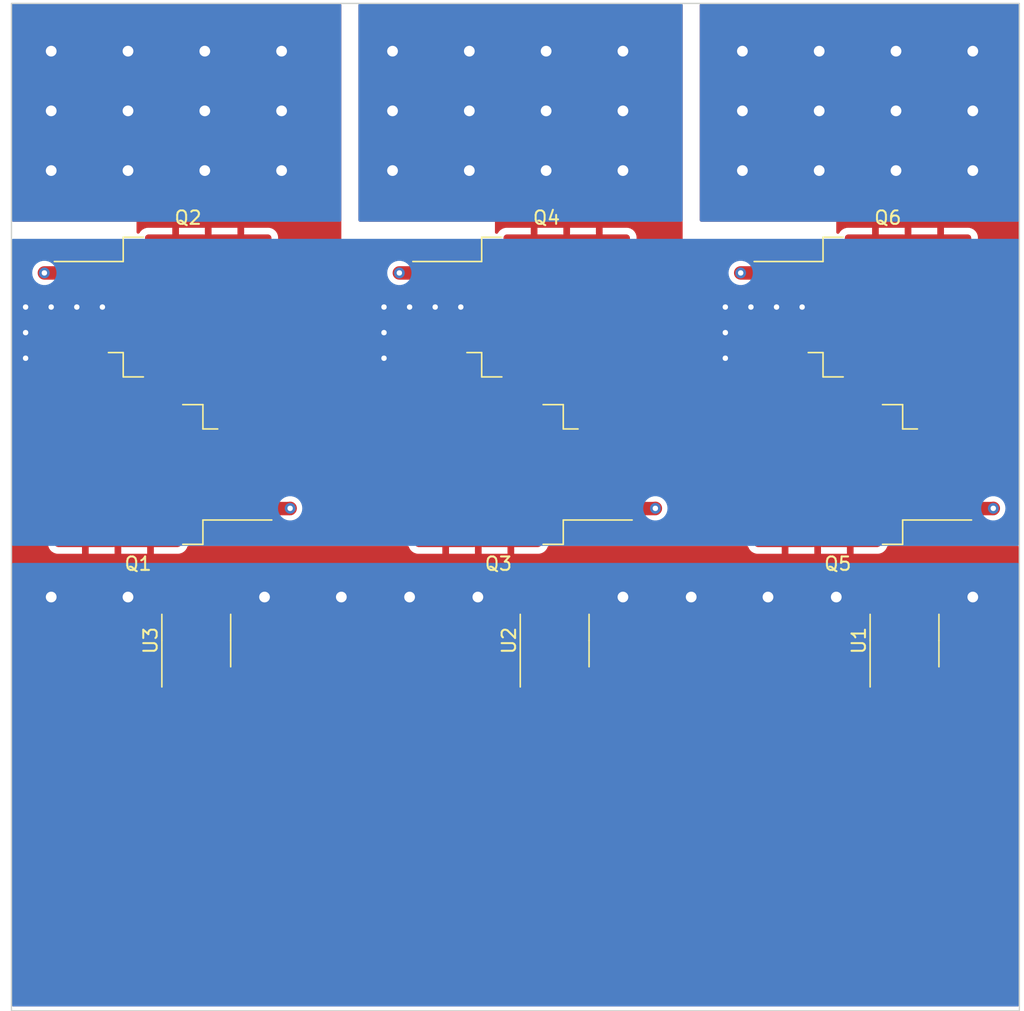
<source format=kicad_pcb>
(kicad_pcb (version 20221018) (generator pcbnew)
  (layers (0 "F.Cu" signal) (1 "In1.Cu" signal) (2 "In2.Cu" signal) (3 "In3.Cu" signal) (4 "In4.Cu" signal) (31 "B.Cu" signal) (34 "B.Paste" user) (35 "F.Paste" user) (36 "B.SilkS" user "B.Silkscreen") (37 "F.SilkS" user "F.Silkscreen") (38 "B.Mask" user) (39 "F.Mask" user) (44 "Edge.Cuts" user))
  (net 0 "")
  (net 1 "+12V")
  (net 2 "G1")
  (net 3 "A")
  (net 4 "G2")
  (net 5 "GND")
  (net 6 "G3")
  (net 7 "B")
  (net 8 "G4")
  (net 9 "G5")
  (net 34 "C")
  (net 35 "G6")
  (footprint "Package_SO:SOIC-8_3.9x4.9mm_P1.27mm" (layer "F.Cu") (at 127.635 106.11 90)
    (fp_text reference "U3" (at 0 -3.4 90) (layer "F.SilkS"))
    (fp_text value "HIP2100_SOIC")
    (fp_line (start 0 -2.56) (end -3.45 -2.56) (stroke (width 0.12)) (layer "F.SilkS"))
    (fp_line (start 0 -2.56) (end 1.95 -2.56) (stroke (width 0.12)) (layer "F.SilkS"))
    (fp_line (start 0 2.56) (end -1.95 2.56) (stroke (width 0.12)) (layer "F.SilkS"))
    (fp_line (start 0 2.56) (end 1.95 2.56) (stroke (width 0.12)) (layer "F.SilkS"))
    (pad "1" smd roundrect (at -2.475 -1.905 90) (size 1.95 0.6) (layers "F.Cu" "F.Paste" "F.Mask"))
    (pad "2" smd roundrect (at -2.475 -0.635 90) (size 1.95 0.6) (layers "F.Cu" "F.Paste" "F.Mask"))
    (pad "3" smd roundrect (at -2.475 0.635 90) (size 1.95 0.6) (layers "F.Cu" "F.Paste" "F.Mask"))
    (pad "4" smd roundrect (at -2.475 1.905 90) (size 1.95 0.6) (layers "F.Cu" "F.Paste" "F.Mask"))
    (pad "5" smd roundrect (at 2.475 1.905 90) (size 1.95 0.6) (layers "F.Cu" "F.Paste" "F.Mask"))
    (pad "6" smd roundrect (at 2.475 0.635 90) (size 1.95 0.6) (layers "F.Cu" "F.Paste" "F.Mask"))
    (pad "7" smd roundrect (at 2.475 -0.635 90) (size 1.95 0.6) (layers "F.Cu" "F.Paste" "F.Mask"))
    (pad "8" smd roundrect (at 2.475 -1.905 90) (size 1.95 0.6) (layers "F.Cu" "F.Paste" "F.Mask"))
  )
  (footprint "Package_TO_SOT_SMD:TO-263-2" (layer "F.Cu") (at 179.1 81.28)
    (fp_text reference "Q6" (at 0 -6.65) (layer "F.SilkS"))
    (fp_text value "BSP89")
    (fp_line (start -4.825 -5.2) (end -4.825 -3.39) (stroke (width 0.12)) (layer "F.SilkS"))
    (fp_line (start -4.825 -3.39) (end -9.95 -3.39) (stroke (width 0.12)) (layer "F.SilkS"))
    (fp_line (start -4.825 3.39) (end -5.925 3.39) (stroke (width 0.12)) (layer "F.SilkS"))
    (fp_line (start -4.825 5.2) (end -4.825 3.39) (stroke (width 0.12)) (layer "F.SilkS"))
    (fp_line (start -3.325 -5.2) (end -4.825 -5.2) (stroke (width 0.12)) (layer "F.SilkS"))
    (fp_line (start -3.325 5.2) (end -4.825 5.2) (stroke (width 0.12)) (layer "F.SilkS"))
    (pad "1" smd roundrect (at -7.65 -2.54) (size 4.6 1.1) (layers "F.Cu" "F.Paste" "F.Mask") (roundrect_rratio 0.227273) (net 35 "G6"))
    (pad "2" smd roundrect (at -0.925 -2.775) (size 4.55 5.25) (layers "F.Cu" "F.Paste") (roundrect_rratio 0.054945) (net 34 "C"))
    (pad "2" smd roundrect (at -0.925 2.775) (size 4.55 5.25) (layers "F.Cu" "F.Paste") (roundrect_rratio 0.054945) (net 34 "C"))
    (pad "2" smd roundrect (at 1.5 0) (size 9.4 10.8) (layers "F.Cu" "F.Mask") (roundrect_rratio 0.026596) (net 34 "C"))
    (pad "2" smd roundrect (at 3.925 -2.775) (size 4.55 5.25) (layers "F.Cu" "F.Paste") (roundrect_rratio 0.054945) (net 34 "C"))
    (pad "2" smd roundrect (at 3.925 2.775) (size 4.55 5.25) (layers "F.Cu" "F.Paste") (roundrect_rratio 0.054945) (net 34 "C"))
    (pad "3" smd roundrect (at -7.65 2.54) (size 4.6 1.1) (layers "F.Cu" "F.Paste" "F.Mask") (roundrect_rratio 0.227273) (net 5 "GND"))
  )
  (footprint "Package_TO_SOT_SMD:TO-263-2" (layer "F.Cu") (at 175.375 93.745 180)
    (fp_text reference "Q5" (at 0 -6.65) (layer "F.SilkS"))
    (fp_text value "BSP89")
    (fp_line (start -4.825 -5.2) (end -4.825 -3.39) (stroke (width 0.12)) (layer "F.SilkS"))
    (fp_line (start -4.825 -3.39) (end -9.95 -3.39) (stroke (width 0.12)) (layer "F.SilkS"))
    (fp_line (start -4.825 3.39) (end -5.925 3.39) (stroke (width 0.12)) (layer "F.SilkS"))
    (fp_line (start -4.825 5.2) (end -4.825 3.39) (stroke (width 0.12)) (layer "F.SilkS"))
    (fp_line (start -3.325 -5.2) (end -4.825 -5.2) (stroke (width 0.12)) (layer "F.SilkS"))
    (fp_line (start -3.325 5.2) (end -4.825 5.2) (stroke (width 0.12)) (layer "F.SilkS"))
    (pad "1" smd roundrect (at -7.65 -2.54 180) (size 4.6 1.1) (layers "F.Cu" "F.Paste" "F.Mask") (roundrect_rratio 0.227273) (net 9 "G5"))
    (pad "2" smd roundrect (at -0.925 -2.775 180) (size 4.55 5.25) (layers "F.Cu" "F.Paste") (roundrect_rratio 0.054945) (net 1 "+12V"))
    (pad "2" smd roundrect (at -0.925 2.775 180) (size 4.55 5.25) (layers "F.Cu" "F.Paste") (roundrect_rratio 0.054945) (net 1 "+12V"))
    (pad "2" smd roundrect (at 1.5 0 180) (size 9.4 10.8) (layers "F.Cu" "F.Mask") (roundrect_rratio 0.026596) (net 1 "+12V"))
    (pad "2" smd roundrect (at 3.925 -2.775 180) (size 4.55 5.25) (layers "F.Cu" "F.Paste") (roundrect_rratio 0.054945) (net 1 "+12V"))
    (pad "2" smd roundrect (at 3.925 2.775 180) (size 4.55 5.25) (layers "F.Cu" "F.Paste") (roundrect_rratio 0.054945) (net 1 "+12V"))
    (pad "3" smd roundrect (at -7.65 2.54 180) (size 4.6 1.1) (layers "F.Cu" "F.Paste" "F.Mask") (roundrect_rratio 0.227273) (net 34 "C"))
  )
  (footprint "Package_TO_SOT_SMD:TO-263-2" (layer "F.Cu") (at 153.7 81.28)
    (fp_text reference "Q4" (at 0 -6.65) (layer "F.SilkS"))
    (fp_text value "BSP89")
    (fp_line (start -4.825 -5.2) (end -4.825 -3.39) (stroke (width 0.12)) (layer "F.SilkS"))
    (fp_line (start -4.825 -3.39) (end -9.95 -3.39) (stroke (width 0.12)) (layer "F.SilkS"))
    (fp_line (start -4.825 3.39) (end -5.925 3.39) (stroke (width 0.12)) (layer "F.SilkS"))
    (fp_line (start -4.825 5.2) (end -4.825 3.39) (stroke (width 0.12)) (layer "F.SilkS"))
    (fp_line (start -3.325 -5.2) (end -4.825 -5.2) (stroke (width 0.12)) (layer "F.SilkS"))
    (fp_line (start -3.325 5.2) (end -4.825 5.2) (stroke (width 0.12)) (layer "F.SilkS"))
    (pad "1" smd roundrect (at -7.65 -2.54) (size 4.6 1.1) (layers "F.Cu" "F.Paste" "F.Mask") (roundrect_rratio 0.227273) (net 8 "G4"))
    (pad "2" smd roundrect (at -0.925 -2.775) (size 4.55 5.25) (layers "F.Cu" "F.Paste") (roundrect_rratio 0.054945) (net 7 "B"))
    (pad "2" smd roundrect (at -0.925 2.775) (size 4.55 5.25) (layers "F.Cu" "F.Paste") (roundrect_rratio 0.054945) (net 7 "B"))
    (pad "2" smd roundrect (at 1.5 0) (size 9.4 10.8) (layers "F.Cu" "F.Mask") (roundrect_rratio 0.026596) (net 7 "B"))
    (pad "2" smd roundrect (at 3.925 -2.775) (size 4.55 5.25) (layers "F.Cu" "F.Paste") (roundrect_rratio 0.054945) (net 7 "B"))
    (pad "2" smd roundrect (at 3.925 2.775) (size 4.55 5.25) (layers "F.Cu" "F.Paste") (roundrect_rratio 0.054945) (net 7 "B"))
    (pad "3" smd roundrect (at -7.65 2.54) (size 4.6 1.1) (layers "F.Cu" "F.Paste" "F.Mask") (roundrect_rratio 0.227273) (net 5 "GND"))
  )
  (footprint "Package_TO_SOT_SMD:TO-263-2" (layer "F.Cu") (at 127.024 81.28)
    (fp_text reference "Q2" (at 0 -6.65) (layer "F.SilkS"))
    (fp_text value "BSP89")
    (fp_line (start -4.825 -5.2) (end -4.825 -3.39) (stroke (width 0.12)) (layer "F.SilkS"))
    (fp_line (start -4.825 -3.39) (end -9.95 -3.39) (stroke (width 0.12)) (layer "F.SilkS"))
    (fp_line (start -4.825 3.39) (end -5.925 3.39) (stroke (width 0.12)) (layer "F.SilkS"))
    (fp_line (start -4.825 5.2) (end -4.825 3.39) (stroke (width 0.12)) (layer "F.SilkS"))
    (fp_line (start -3.325 -5.2) (end -4.825 -5.2) (stroke (width 0.12)) (layer "F.SilkS"))
    (fp_line (start -3.325 5.2) (end -4.825 5.2) (stroke (width 0.12)) (layer "F.SilkS"))
    (pad "1" smd roundrect (at -7.65 -2.54) (size 4.6 1.1) (layers "F.Cu" "F.Paste" "F.Mask") (roundrect_rratio 0.227273) (net 4 "G2"))
    (pad "2" smd roundrect (at -0.925 -2.775) (size 4.55 5.25) (layers "F.Cu" "F.Paste") (roundrect_rratio 0.054945) (net 3 "A"))
    (pad "2" smd roundrect (at -0.925 2.775) (size 4.55 5.25) (layers "F.Cu" "F.Paste") (roundrect_rratio 0.054945) (net 3 "A"))
    (pad "2" smd roundrect (at 1.5 0) (size 9.4 10.8) (layers "F.Cu" "F.Mask") (roundrect_rratio 0.026596) (net 3 "A"))
    (pad "2" smd roundrect (at 3.925 -2.775) (size 4.55 5.25) (layers "F.Cu" "F.Paste") (roundrect_rratio 0.054945) (net 3 "A"))
    (pad "2" smd roundrect (at 3.925 2.775) (size 4.55 5.25) (layers "F.Cu" "F.Paste") (roundrect_rratio 0.054945) (net 3 "A"))
    (pad "3" smd roundrect (at -7.65 2.54) (size 4.6 1.1) (layers "F.Cu" "F.Paste" "F.Mask") (roundrect_rratio 0.227273) (net 5 "GND"))
  )
  (footprint "Package_SO:SOIC-8_3.9x4.9mm_P1.27mm" (layer "F.Cu") (at 154.305 106.11 90)
    (fp_text reference "U2" (at 0 -3.4 90) (layer "F.SilkS"))
    (fp_text value "HIP2100_SOIC")
    (fp_line (start 0 -2.56) (end -3.45 -2.56) (stroke (width 0.12)) (layer "F.SilkS"))
    (fp_line (start 0 -2.56) (end 1.95 -2.56) (stroke (width 0.12)) (layer "F.SilkS"))
    (fp_line (start 0 2.56) (end -1.95 2.56) (stroke (width 0.12)) (layer "F.SilkS"))
    (fp_line (start 0 2.56) (end 1.95 2.56) (stroke (width 0.12)) (layer "F.SilkS"))
    (pad "1" smd roundrect (at -2.475 -1.905 90) (size 1.95 0.6) (layers "F.Cu" "F.Paste" "F.Mask"))
    (pad "2" smd roundrect (at -2.475 -0.635 90) (size 1.95 0.6) (layers "F.Cu" "F.Paste" "F.Mask"))
    (pad "3" smd roundrect (at -2.475 0.635 90) (size 1.95 0.6) (layers "F.Cu" "F.Paste" "F.Mask"))
    (pad "4" smd roundrect (at -2.475 1.905 90) (size 1.95 0.6) (layers "F.Cu" "F.Paste" "F.Mask"))
    (pad "5" smd roundrect (at 2.475 1.905 90) (size 1.95 0.6) (layers "F.Cu" "F.Paste" "F.Mask"))
    (pad "6" smd roundrect (at 2.475 0.635 90) (size 1.95 0.6) (layers "F.Cu" "F.Paste" "F.Mask"))
    (pad "7" smd roundrect (at 2.475 -0.635 90) (size 1.95 0.6) (layers "F.Cu" "F.Paste" "F.Mask"))
    (pad "8" smd roundrect (at 2.475 -1.905 90) (size 1.95 0.6) (layers "F.Cu" "F.Paste" "F.Mask"))
  )
  (footprint "Package_TO_SOT_SMD:TO-263-2" (layer "F.Cu") (at 150.12 93.745 180)
    (fp_text reference "Q3" (at 0 -6.65) (layer "F.SilkS"))
    (fp_text value "BSP89")
    (fp_line (start -4.825 -5.2) (end -4.825 -3.39) (stroke (width 0.12)) (layer "F.SilkS"))
    (fp_line (start -4.825 -3.39) (end -9.95 -3.39) (stroke (width 0.12)) (layer "F.SilkS"))
    (fp_line (start -4.825 3.39) (end -5.925 3.39) (stroke (width 0.12)) (layer "F.SilkS"))
    (fp_line (start -4.825 5.2) (end -4.825 3.39) (stroke (width 0.12)) (layer "F.SilkS"))
    (fp_line (start -3.325 -5.2) (end -4.825 -5.2) (stroke (width 0.12)) (layer "F.SilkS"))
    (fp_line (start -3.325 5.2) (end -4.825 5.2) (stroke (width 0.12)) (layer "F.SilkS"))
    (pad "1" smd roundrect (at -7.65 -2.54 180) (size 4.6 1.1) (layers "F.Cu" "F.Paste" "F.Mask") (roundrect_rratio 0.227273) (net 6 "G3"))
    (pad "2" smd roundrect (at -0.925 -2.775 180) (size 4.55 5.25) (layers "F.Cu" "F.Paste") (roundrect_rratio 0.054945) (net 1 "+12V"))
    (pad "2" smd roundrect (at -0.925 2.775 180) (size 4.55 5.25) (layers "F.Cu" "F.Paste") (roundrect_rratio 0.054945) (net 1 "+12V"))
    (pad "2" smd roundrect (at 1.5 0 180) (size 9.4 10.8) (layers "F.Cu" "F.Mask") (roundrect_rratio 0.026596) (net 1 "+12V"))
    (pad "2" smd roundrect (at 3.925 -2.775 180) (size 4.55 5.25) (layers "F.Cu" "F.Paste") (roundrect_rratio 0.054945) (net 1 "+12V"))
    (pad "2" smd roundrect (at 3.925 2.775 180) (size 4.55 5.25) (layers "F.Cu" "F.Paste") (roundrect_rratio 0.054945) (net 1 "+12V"))
    (pad "3" smd roundrect (at -7.65 2.54 180) (size 4.6 1.1) (layers "F.Cu" "F.Paste" "F.Mask") (roundrect_rratio 0.227273) (net 7 "B"))
  )
  (footprint "Package_TO_SOT_SMD:TO-263-2" (layer "F.Cu") (at 123.305 93.745 180)
    (fp_text reference "Q1" (at 0 -6.65) (layer "F.SilkS"))
    (fp_text value "BSP89")
    (fp_line (start -4.825 -5.2) (end -4.825 -3.39) (stroke (width 0.12)) (layer "F.SilkS"))
    (fp_line (start -4.825 -3.39) (end -9.95 -3.39) (stroke (width 0.12)) (layer "F.SilkS"))
    (fp_line (start -4.825 3.39) (end -5.925 3.39) (stroke (width 0.12)) (layer "F.SilkS"))
    (fp_line (start -4.825 5.2) (end -4.825 3.39) (stroke (width 0.12)) (layer "F.SilkS"))
    (fp_line (start -3.325 -5.2) (end -4.825 -5.2) (stroke (width 0.12)) (layer "F.SilkS"))
    (fp_line (start -3.325 5.2) (end -4.825 5.2) (stroke (width 0.12)) (layer "F.SilkS"))
    (pad "1" smd roundrect (at -7.65 -2.54 180) (size 4.6 1.1) (layers "F.Cu" "F.Paste" "F.Mask") (roundrect_rratio 0.227273) (net 2 "G1"))
    (pad "2" smd roundrect (at -0.925 -2.775 180) (size 4.55 5.25) (layers "F.Cu" "F.Paste") (roundrect_rratio 0.054945) (net 1 "+12V"))
    (pad "2" smd roundrect (at -0.925 2.775 180) (size 4.55 5.25) (layers "F.Cu" "F.Paste") (roundrect_rratio 0.054945) (net 1 "+12V"))
    (pad "2" smd roundrect (at 1.5 0 180) (size 9.4 10.8) (layers "F.Cu" "F.Mask") (roundrect_rratio 0.026596) (net 1 "+12V"))
    (pad "2" smd roundrect (at 3.925 -2.775 180) (size 4.55 5.25) (layers "F.Cu" "F.Paste") (roundrect_rratio 0.054945) (net 1 "+12V"))
    (pad "2" smd roundrect (at 3.925 2.775 180) (size 4.55 5.25) (layers "F.Cu" "F.Paste") (roundrect_rratio 0.054945) (net 1 "+12V"))
    (pad "3" smd roundrect (at -7.65 2.54 180) (size 4.6 1.1) (layers "F.Cu" "F.Paste" "F.Mask") (roundrect_rratio 0.227273) (net 3 "A"))
  )
  (footprint "Package_SO:SOIC-8_3.9x4.9mm_P1.27mm" (layer "F.Cu") (at 180.34 106.11 90)
    (fp_text reference "U1" (at 0 -3.4 90) (layer "F.SilkS"))
    (fp_text value "HIP2100_SOIC")
    (fp_line (start 0 -2.56) (end -3.45 -2.56) (stroke (width 0.12)) (layer "F.SilkS"))
    (fp_line (start 0 -2.56) (end 1.95 -2.56) (stroke (width 0.12)) (layer "F.SilkS"))
    (fp_line (start 0 2.56) (end -1.95 2.56) (stroke (width 0.12)) (layer "F.SilkS"))
    (fp_line (start 0 2.56) (end 1.95 2.56) (stroke (width 0.12)) (layer "F.SilkS"))
    (pad "1" smd roundrect (at -2.475 -1.905 90) (size 1.95 0.6) (layers "F.Cu" "F.Paste" "F.Mask"))
    (pad "2" smd roundrect (at -2.475 -0.635 90) (size 1.95 0.6) (layers "F.Cu" "F.Paste" "F.Mask"))
    (pad "3" smd roundrect (at -2.475 0.635 90) (size 1.95 0.6) (layers "F.Cu" "F.Paste" "F.Mask"))
    (pad "4" smd roundrect (at -2.475 1.905 90) (size 1.95 0.6) (layers "F.Cu" "F.Paste" "F.Mask"))
    (pad "5" smd roundrect (at 2.475 1.905 90) (size 1.95 0.6) (layers "F.Cu" "F.Paste" "F.Mask"))
    (pad "6" smd roundrect (at 2.475 0.635 90) (size 1.95 0.6) (layers "F.Cu" "F.Paste" "F.Mask"))
    (pad "7" smd roundrect (at 2.475 -0.635 90) (size 1.95 0.6) (layers "F.Cu" "F.Paste" "F.Mask"))
    (pad "8" smd roundrect (at 2.475 -1.905 90) (size 1.95 0.6) (layers "F.Cu" "F.Paste" "F.Mask"))
  )
  (gr_rect (start 113.884 58.674) (end 188.884 133.674) (stroke (width 0.1)) (fill none) (layer "Edge.Cuts"))
  (via (at 143.51 102.87) (size 1.5) (drill 0.8) (layers "F.Cu" "B.Cu") (net 1))
  (via (at 116.84 102.87) (size 1.5) (drill 0.8) (layers "F.Cu" "B.Cu") (net 1))
  (via (at 175.26 102.87) (size 1.5) (drill 0.8) (layers "F.Cu" "B.Cu") (net 1))
  (via (at 185.42 102.87) (size 1.5) (drill 0.8) (layers "F.Cu" "B.Cu") (net 1))
  (via (at 170.18 102.87) (size 1.5) (drill 0.8) (layers "F.Cu" "B.Cu") (net 1))
  (via (at 159.385 102.87) (size 1.5) (drill 0.8) (layers "F.Cu" "B.Cu") (net 1))
  (via (at 138.43 102.87) (size 1.5) (drill 0.8) (layers "F.Cu" "B.Cu") (net 1))
  (via (at 148.59 102.87) (size 1.5) (drill 0.8) (layers "F.Cu" "B.Cu") (net 1))
  (via (at 164.465 102.87) (size 1.5) (drill 0.8) (layers "F.Cu" "B.Cu") (net 1))
  (via (at 132.715 102.87) (size 1.5) (drill 0.8) (layers "F.Cu" "B.Cu") (net 1))
  (via (at 122.555 102.87) (size 1.5) (drill 0.8) (layers "F.Cu" "B.Cu") (net 1))
  (segment (start 134.601 96.285) (end 134.62 96.266) (width 1) (layer "F.Cu") (net 2))
  (segment (start 130.955 96.285) (end 134.601 96.285) (width 1) (layer "F.Cu") (net 2))
  (via (at 134.62 96.266) (size 0.8) (drill 0.4) (layers "F.Cu" "B.Cu") (net 2))
  (via (at 133.985 66.675) (size 1.5) (drill 0.8) (layers "F.Cu" "B.Cu") (net 3))
  (via (at 128.27 66.675) (size 1.5) (drill 0.8) (layers "F.Cu" "B.Cu") (net 3))
  (via (at 122.555 71.12) (size 1.5) (drill 0.8) (layers "F.Cu" "B.Cu") (net 3))
  (via (at 133.985 71.12) (size 1.5) (drill 0.8) (layers "F.Cu" "B.Cu") (net 3))
  (via (at 128.27 62.23) (size 1.5) (drill 0.8) (layers "F.Cu" "B.Cu") (net 3))
  (via (at 122.555 62.23) (size 1.5) (drill 0.8) (layers "F.Cu" "B.Cu") (net 3))
  (via (at 128.27 71.12) (size 1.5) (drill 0.8) (layers "F.Cu" "B.Cu") (net 3))
  (via (at 133.985 62.23) (size 1.5) (drill 0.8) (layers "F.Cu" "B.Cu") (net 3))
  (via (at 116.84 71.12) (size 1.5) (drill 0.8) (layers "F.Cu" "B.Cu") (net 3))
  (via (at 122.555 66.675) (size 1.5) (drill 0.8) (layers "F.Cu" "B.Cu") (net 3))
  (via (at 116.84 66.675) (size 1.5) (drill 0.8) (layers "F.Cu" "B.Cu") (net 3))
  (via (at 116.84 62.23) (size 1.5) (drill 0.8) (layers "F.Cu" "B.Cu") (net 3))
  (segment (start 119.374 78.74) (end 116.332 78.74) (width 1) (layer "F.Cu") (net 4))
  (via (at 116.332 78.74) (size 0.8) (drill 0.4) (layers "F.Cu" "B.Cu") (net 4))
  (via (at 168.91 81.28) (size 0.8) (drill 0.4) (layers "F.Cu" "B.Cu") (net 5))
  (via (at 118.745 81.28) (size 0.8) (drill 0.4) (layers "F.Cu" "B.Cu") (net 5))
  (via (at 114.935 81.28) (size 0.8) (drill 0.4) (layers "F.Cu" "B.Cu") (net 5))
  (via (at 147.32 81.28) (size 0.8) (drill 0.4) (layers "F.Cu" "B.Cu") (net 5))
  (via (at 143.51 81.28) (size 0.8) (drill 0.4) (layers "F.Cu" "B.Cu") (net 5))
  (via (at 172.72 81.28) (size 0.8) (drill 0.4) (layers "F.Cu" "B.Cu") (net 5))
  (via (at 141.605 83.185) (size 0.8) (drill 0.4) (layers "F.Cu" "B.Cu") (net 5))
  (via (at 167.005 85.09) (size 0.8) (drill 0.4) (layers "F.Cu" "B.Cu") (net 5))
  (via (at 145.415 81.28) (size 0.8) (drill 0.4) (layers "F.Cu" "B.Cu") (net 5))
  (via (at 114.935 83.185) (size 0.8) (drill 0.4) (layers "F.Cu" "B.Cu") (net 5))
  (via (at 167.005 81.28) (size 0.8) (drill 0.4) (layers "F.Cu" "B.Cu") (net 5))
  (via (at 114.935 85.09) (size 0.8) (drill 0.4) (layers "F.Cu" "B.Cu") (net 5))
  (via (at 141.605 81.28) (size 0.8) (drill 0.4) (layers "F.Cu" "B.Cu") (net 5))
  (via (at 116.84 81.28) (size 0.8) (drill 0.4) (layers "F.Cu" "B.Cu") (net 5))
  (via (at 170.815 81.28) (size 0.8) (drill 0.4) (layers "F.Cu" "B.Cu") (net 5))
  (via (at 141.605 85.09) (size 0.8) (drill 0.4) (layers "F.Cu" "B.Cu") (net 5))
  (via (at 120.65 81.28) (size 0.8) (drill 0.4) (layers "F.Cu" "B.Cu") (net 5))
  (via (at 167.005 83.185) (size 0.8) (drill 0.4) (layers "F.Cu" "B.Cu") (net 5))
  (segment (start 161.779 96.285) (end 161.798 96.266) (width 1) (layer "F.Cu") (net 6))
  (segment (start 157.77 96.285) (end 161.779 96.285) (width 1) (layer "F.Cu") (net 6))
  (via (at 161.798 96.266) (size 0.8) (drill 0.4) (layers "F.Cu" "B.Cu") (net 6))
  (via (at 142.24 62.23) (size 1.5) (drill 0.8) (layers "F.Cu" "B.Cu") (net 7))
  (via (at 147.955 66.675) (size 1.5) (drill 0.8) (layers "F.Cu" "B.Cu") (net 7))
  (via (at 159.385 66.675) (size 1.5) (drill 0.8) (layers "F.Cu" "B.Cu") (net 7))
  (via (at 147.955 62.23) (size 1.5) (drill 0.8) (layers "F.Cu" "B.Cu") (net 7))
  (via (at 142.24 71.12) (size 1.5) (drill 0.8) (layers "F.Cu" "B.Cu") (net 7))
  (via (at 153.67 62.23) (size 1.5) (drill 0.8) (layers "F.Cu" "B.Cu") (net 7))
  (via (at 159.385 62.23) (size 1.5) (drill 0.8) (layers "F.Cu" "B.Cu") (net 7))
  (via (at 142.24 66.675) (size 1.5) (drill 0.8) (layers "F.Cu" "B.Cu") (net 7))
  (via (at 153.67 71.12) (size 1.5) (drill 0.8) (layers "F.Cu" "B.Cu") (net 7))
  (via (at 159.385 71.12) (size 1.5) (drill 0.8) (layers "F.Cu" "B.Cu") (net 7))
  (via (at 147.955 71.12) (size 1.5) (drill 0.8) (layers "F.Cu" "B.Cu") (net 7))
  (via (at 153.67 66.675) (size 1.5) (drill 0.8) (layers "F.Cu" "B.Cu") (net 7))
  (segment (start 146.05 78.74) (end 142.748 78.74) (width 1) (layer "F.Cu") (net 8))
  (via (at 142.748 78.74) (size 0.8) (drill 0.4) (layers "F.Cu" "B.Cu") (net 8))
  (segment (start 186.925 96.285) (end 186.944 96.266) (width 1) (layer "F.Cu") (net 9))
  (segment (start 183.025 96.285) (end 186.925 96.285) (width 1) (layer "F.Cu") (net 9))
  (via (at 186.944 96.266) (size 0.8) (drill 0.4) (layers "F.Cu" "B.Cu") (net 9))
  (via (at 179.705 62.23) (size 1.5) (drill 0.8) (layers "F.Cu" "B.Cu") (net 34))
  (via (at 168.275 71.12) (size 1.5) (drill 0.8) (layers "F.Cu" "B.Cu") (net 34))
  (via (at 173.99 71.12) (size 1.5) (drill 0.8) (layers "F.Cu" "B.Cu") (net 34))
  (via (at 173.99 62.23) (size 1.5) (drill 0.8) (layers "F.Cu" "B.Cu") (net 34))
  (via (at 168.275 66.675) (size 1.5) (drill 0.8) (layers "F.Cu" "B.Cu") (net 34))
  (via (at 185.42 71.12) (size 1.5) (drill 0.8) (layers "F.Cu" "B.Cu") (net 34))
  (via (at 185.42 66.675) (size 1.5) (drill 0.8) (layers "F.Cu" "B.Cu") (net 34))
  (via (at 179.705 71.12) (size 1.5) (drill 0.8) (layers "F.Cu" "B.Cu") (net 34))
  (via (at 168.275 62.23) (size 1.5) (drill 0.8) (layers "F.Cu" "B.Cu") (net 34))
  (via (at 173.99 66.675) (size 1.5) (drill 0.8) (layers "F.Cu" "B.Cu") (net 34))
  (via (at 185.42 62.23) (size 1.5) (drill 0.8) (layers "F.Cu" "B.Cu") (net 34))
  (via (at 179.705 66.675) (size 1.5) (drill 0.8) (layers "F.Cu" "B.Cu") (net 34))
  (segment (start 171.45 78.74) (end 168.148 78.74) (width 1) (layer "F.Cu") (net 35))
  (via (at 168.148 78.74) (size 0.8) (drill 0.4) (layers "F.Cu" "B.Cu") (net 35))
  (zone (net 7) (net_name "B") (layer "F.Cu") (priority 4) (connect_pads (clearance 0.5)) (min_thickness 0.25) (fill yes (thermal_gap 0.5) (thermal_bridge_width 0.5))
    (polygon (pts (xy 149.86 86.995) (xy 154.94 86.995) (xy 154.94 92.71) (xy 163.83 92.71) (xy 163.83 74.93) (xy 149.86 74.93)))
  )
  (zone (net 1) (net_name "+12V") (layer "F.Cu") (priority 1) (connect_pads (clearance 0.5)) (min_thickness 0.25) (fill yes (thermal_gap 0.5) (thermal_bridge_width 0.5))
    (polygon (pts (xy 113.03 87.63) (xy 127 87.63) (xy 127 99.06) (xy 143.51 99.06) (xy 143.51 87.63) (xy 153.67 87.63) (xy 153.67 99.06) (xy 168.91 99.06) (xy 168.91 87.63) (xy 179.07 87.63) (xy 179.07 99.06) (xy 189.23 99.06) (xy 189.23 133.35) (xy 113.03 133.35)))
  )
  (zone (net 34) (net_name "C") (layer "F.Cu") (priority 4) (connect_pads (clearance 0.5)) (min_thickness 0.25) (fill yes (thermal_gap 0.5) (thermal_bridge_width 0.5))
    (polygon (pts (xy 175.26 86.995) (xy 180.34 86.995) (xy 180.34 92.71) (xy 189.23 92.71) (xy 189.23 74.93) (xy 175.26 74.93)))
  )
  (zone (net 3) (net_name "A") (layer "F.Cu") (priority 4) (connect_pads (clearance 0.5)) (min_thickness 0.25) (fill yes (thermal_gap 0.5) (thermal_bridge_width 0.5))
    (polygon (pts (xy 123.19 86.995) (xy 128.27 86.995) (xy 128.27 92.71) (xy 138.43 92.71) (xy 138.43 74.93) (xy 123.19 74.93)))
  )
  (zone (net 5) (net_name "GND") (layers "F.Cu" "In1.Cu" "In2.Cu" "In3.Cu" "In4.Cu") (priority 3) (connect_pads (clearance 0.5)) (min_thickness 0.25) (fill yes (thermal_gap 0.5) (thermal_bridge_width 0.5))
    (polygon (pts (xy 148.59 80.01) (xy 148.59 86.36) (xy 139.7 86.36) (xy 139.7 80.01)))
  )
  (zone (net 5) (net_name "GND") (layers "F.Cu" "In1.Cu" "In2.Cu" "In3.Cu" "In4.Cu") (priority 3) (connect_pads (clearance 0.5)) (min_thickness 0.25) (fill yes (thermal_gap 0.5) (thermal_bridge_width 0.5))
    (polygon (pts (xy 121.92 80.01) (xy 121.92 86.36) (xy 113.03 86.36) (xy 113.03 80.01)))
  )
  (zone (net 5) (net_name "GND") (layers "F.Cu" "In1.Cu" "In2.Cu" "In3.Cu" "In4.Cu") (priority 3) (connect_pads (clearance 0.5)) (min_thickness 0.25) (fill yes (thermal_gap 0.5) (thermal_bridge_width 0.5))
    (polygon (pts (xy 173.99 80.01) (xy 173.99 86.36) (xy 165.1 86.36) (xy 165.1 80.01)))
  )
  (zone (net 3) (net_name "A") (layers "F.Cu" "In1.Cu" "In2.Cu" "In3.Cu" "In4.Cu" "B.Cu") (connect_pads (clearance 0.5)) (min_thickness 0.25) (fill yes (thermal_gap 0.5) (thermal_bridge_width 0.5))
    (polygon (pts (xy 128.27 74.93) (xy 138.43 74.93) (xy 138.43 58.42) (xy 113.665 58.42) (xy 113.665 74.93) (xy 123.19 74.93) (xy 123.19 74.93) (xy 128.27 74.93)))
  )
  (zone (net 34) (net_name "C") (layers "F.Cu" "In1.Cu" "In2.Cu" "In3.Cu" "In4.Cu" "B.Cu") (connect_pads (clearance 0.5)) (min_thickness 0.25) (fill yes (thermal_gap 0.5) (thermal_bridge_width 0.5))
    (polygon (pts (xy 180.34 74.93) (xy 189.23 74.93) (xy 189.23 58.42) (xy 165.1 58.42) (xy 165.1 74.93) (xy 175.26 74.93) (xy 175.26 74.93) (xy 180.34 74.93)))
  )
  (zone (net 7) (net_name "B") (layers "F.Cu" "In1.Cu" "In2.Cu" "In3.Cu" "In4.Cu" "B.Cu") (connect_pads (clearance 0.5)) (min_thickness 0.25) (fill yes (thermal_gap 0.5) (thermal_bridge_width 0.5))
    (polygon (pts (xy 154.94 74.93) (xy 163.83 74.93) (xy 163.83 58.42) (xy 139.7 58.42) (xy 139.7 74.93) (xy 149.86 74.93) (xy 149.86 74.93) (xy 154.94 74.93)))
  )
  (zone (net 1) (net_name "+12V") (layer "B.Cu") (priority 5) (connect_pads (clearance 0.5)) (min_thickness 0.25) (fill yes (thermal_gap 0.5) (thermal_bridge_width 0.5))
    (polygon (pts (xy 113.665 100.33) (xy 189.23 100.33) (xy 189.23 133.35) (xy 113.665 133.35)))
  )
  (zone (net 5) (net_name "GND") (layer "B.Cu") (priority 2) (connect_pads (clearance 0.5)) (min_thickness 0.25) (fill yes (thermal_gap 0.5) (thermal_bridge_width 0.5))
    (polygon (pts (xy 113.665 76.2) (xy 113.665 99.06) (xy 189.23 99.06) (xy 189.23 76.2)))
  )
)
</source>
